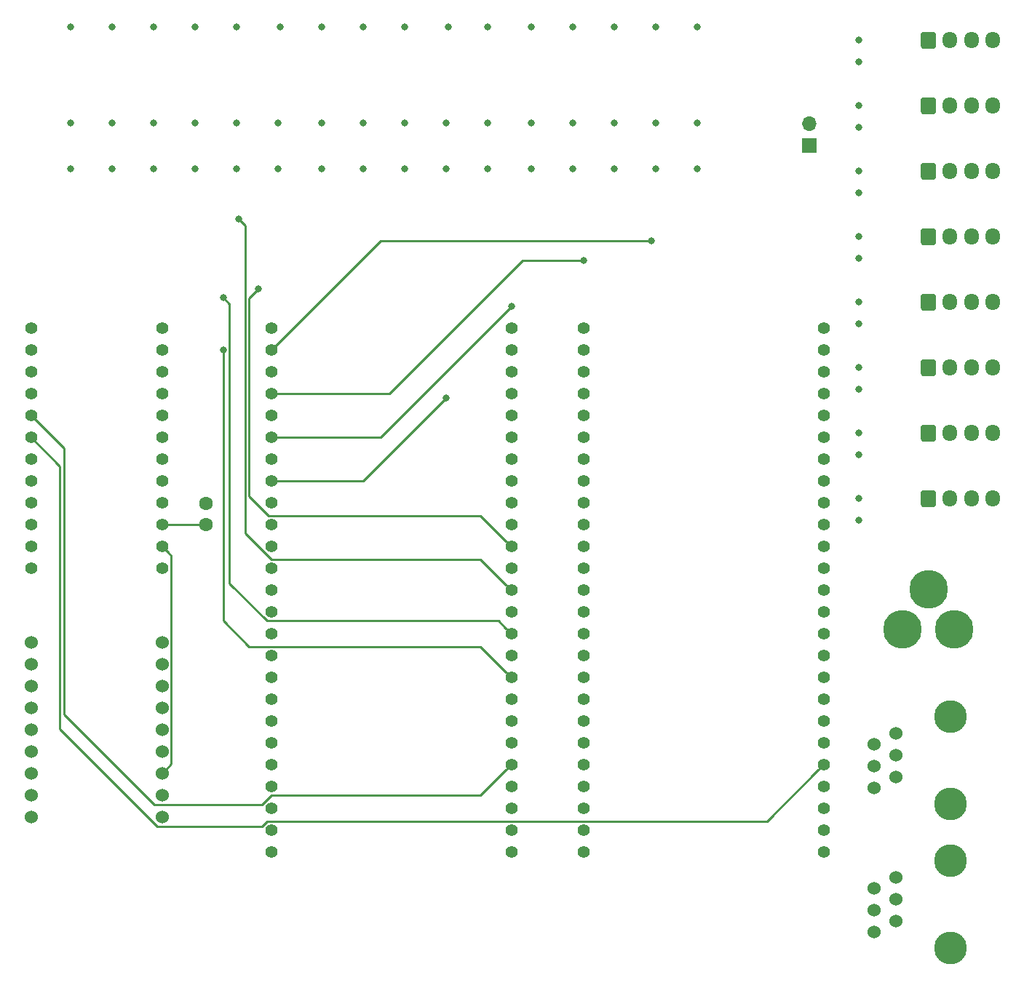
<source format=gbr>
G04 #@! TF.GenerationSoftware,KiCad,Pcbnew,(5.1.2-1)-1*
G04 #@! TF.CreationDate,2019-11-07T15:24:45-05:00*
G04 #@! TF.ProjectId,flow_rate,666c6f77-5f72-4617-9465-2e6b69636164,rev?*
G04 #@! TF.SameCoordinates,Original*
G04 #@! TF.FileFunction,Copper,L4,Bot*
G04 #@! TF.FilePolarity,Positive*
%FSLAX46Y46*%
G04 Gerber Fmt 4.6, Leading zero omitted, Abs format (unit mm)*
G04 Created by KiCad (PCBNEW (5.1.2-1)-1) date 2019-11-07 15:24:45*
%MOMM*%
%LPD*%
G04 APERTURE LIST*
%ADD10C,1.524000*%
%ADD11C,1.397000*%
%ADD12C,0.100000*%
%ADD13C,1.700000*%
%ADD14O,1.700000X1.950000*%
%ADD15O,1.700000X1.700000*%
%ADD16R,1.700000X1.700000*%
%ADD17C,4.500000*%
%ADD18C,3.800000*%
%ADD19C,1.600000*%
%ADD20C,0.800000*%
%ADD21C,0.250000*%
G04 APERTURE END LIST*
D10*
X127508000Y-99314000D03*
X127508000Y-101854000D03*
X127508000Y-104394000D03*
X127508000Y-106934000D03*
X127508000Y-109474000D03*
X127508000Y-112014000D03*
X127508000Y-114554000D03*
X127508000Y-117094000D03*
X127508000Y-119634000D03*
X112268000Y-119634000D03*
X112268000Y-117094000D03*
X112268000Y-114554000D03*
X112268000Y-112014000D03*
X112268000Y-109474000D03*
X112268000Y-106934000D03*
X112268000Y-104394000D03*
X112268000Y-101854000D03*
X112268000Y-99314000D03*
D11*
X112268000Y-62738000D03*
X112268000Y-65278000D03*
X112268000Y-67818000D03*
X112268000Y-70358000D03*
X112268000Y-72898000D03*
X112268000Y-75438000D03*
X112268000Y-77978000D03*
X112268000Y-83058000D03*
X112268000Y-85598000D03*
X112268000Y-88138000D03*
X112268000Y-90678000D03*
X112268000Y-80518000D03*
X127508000Y-80518000D03*
X127508000Y-90678000D03*
X127508000Y-88138000D03*
X127508000Y-85598000D03*
X127508000Y-83058000D03*
X127508000Y-77978000D03*
X127508000Y-75438000D03*
X127508000Y-72898000D03*
X127508000Y-70358000D03*
X127508000Y-67818000D03*
X127508000Y-65278000D03*
X127508000Y-62738000D03*
X168148000Y-123698000D03*
X168148000Y-121158000D03*
X168148000Y-118618000D03*
X168148000Y-116078000D03*
X168148000Y-113538000D03*
X168148000Y-110998000D03*
X168148000Y-108458000D03*
X168148000Y-105918000D03*
X168148000Y-103378000D03*
X168148000Y-100838000D03*
X168148000Y-98298000D03*
X168148000Y-95758000D03*
X168148000Y-93218000D03*
X168148000Y-90678000D03*
X168148000Y-88138000D03*
X168148000Y-85598000D03*
X168148000Y-83058000D03*
X168148000Y-80518000D03*
X168148000Y-77978000D03*
X168148000Y-75438000D03*
X168148000Y-72898000D03*
X168148000Y-70358000D03*
X168148000Y-67818000D03*
X168148000Y-65278000D03*
X168148000Y-62738000D03*
X140208000Y-62738000D03*
X140208000Y-65278000D03*
X140208000Y-67818000D03*
X140208000Y-70358000D03*
X140208000Y-72898000D03*
X140208000Y-75438000D03*
X140208000Y-77978000D03*
X140208000Y-80518000D03*
X140208000Y-83058000D03*
X140208000Y-85598000D03*
X140208000Y-88138000D03*
X140208000Y-90678000D03*
X140208000Y-93218000D03*
X140208000Y-95758000D03*
X140208000Y-98298000D03*
X140208000Y-100838000D03*
X140208000Y-103378000D03*
X140208000Y-105918000D03*
X140208000Y-108458000D03*
X140208000Y-110998000D03*
X140208000Y-113538000D03*
X140208000Y-116078000D03*
X140208000Y-118618000D03*
X140208000Y-121158000D03*
X140208000Y-123698000D03*
X176530000Y-123698000D03*
X176530000Y-121158000D03*
X176530000Y-118618000D03*
X176530000Y-116078000D03*
X176530000Y-113538000D03*
X176530000Y-110998000D03*
X176530000Y-108458000D03*
X176530000Y-105918000D03*
X176530000Y-103378000D03*
X176530000Y-100838000D03*
X176530000Y-98298000D03*
X176530000Y-95758000D03*
X176530000Y-93218000D03*
X176530000Y-90678000D03*
X176530000Y-88138000D03*
X176530000Y-85598000D03*
X176530000Y-83058000D03*
X176530000Y-80518000D03*
X176530000Y-77978000D03*
X176530000Y-75438000D03*
X176530000Y-72898000D03*
X176530000Y-70358000D03*
X176530000Y-67818000D03*
X176530000Y-65278000D03*
X176530000Y-62738000D03*
X204470000Y-62738000D03*
X204470000Y-65278000D03*
X204470000Y-67818000D03*
X204470000Y-70358000D03*
X204470000Y-72898000D03*
X204470000Y-75438000D03*
X204470000Y-77978000D03*
X204470000Y-80518000D03*
X204470000Y-83058000D03*
X204470000Y-85598000D03*
X204470000Y-88138000D03*
X204470000Y-90678000D03*
X204470000Y-93218000D03*
X204470000Y-95758000D03*
X204470000Y-98298000D03*
X204470000Y-100838000D03*
X204470000Y-103378000D03*
X204470000Y-105918000D03*
X204470000Y-108458000D03*
X204470000Y-110998000D03*
X204470000Y-113538000D03*
X204470000Y-116078000D03*
X204470000Y-118618000D03*
X204470000Y-121158000D03*
X204470000Y-123698000D03*
D12*
G36*
X217286504Y-28236204D02*
G01*
X217310773Y-28239804D01*
X217334571Y-28245765D01*
X217357671Y-28254030D01*
X217379849Y-28264520D01*
X217400893Y-28277133D01*
X217420598Y-28291747D01*
X217438777Y-28308223D01*
X217455253Y-28326402D01*
X217469867Y-28346107D01*
X217482480Y-28367151D01*
X217492970Y-28389329D01*
X217501235Y-28412429D01*
X217507196Y-28436227D01*
X217510796Y-28460496D01*
X217512000Y-28485000D01*
X217512000Y-29935000D01*
X217510796Y-29959504D01*
X217507196Y-29983773D01*
X217501235Y-30007571D01*
X217492970Y-30030671D01*
X217482480Y-30052849D01*
X217469867Y-30073893D01*
X217455253Y-30093598D01*
X217438777Y-30111777D01*
X217420598Y-30128253D01*
X217400893Y-30142867D01*
X217379849Y-30155480D01*
X217357671Y-30165970D01*
X217334571Y-30174235D01*
X217310773Y-30180196D01*
X217286504Y-30183796D01*
X217262000Y-30185000D01*
X216062000Y-30185000D01*
X216037496Y-30183796D01*
X216013227Y-30180196D01*
X215989429Y-30174235D01*
X215966329Y-30165970D01*
X215944151Y-30155480D01*
X215923107Y-30142867D01*
X215903402Y-30128253D01*
X215885223Y-30111777D01*
X215868747Y-30093598D01*
X215854133Y-30073893D01*
X215841520Y-30052849D01*
X215831030Y-30030671D01*
X215822765Y-30007571D01*
X215816804Y-29983773D01*
X215813204Y-29959504D01*
X215812000Y-29935000D01*
X215812000Y-28485000D01*
X215813204Y-28460496D01*
X215816804Y-28436227D01*
X215822765Y-28412429D01*
X215831030Y-28389329D01*
X215841520Y-28367151D01*
X215854133Y-28346107D01*
X215868747Y-28326402D01*
X215885223Y-28308223D01*
X215903402Y-28291747D01*
X215923107Y-28277133D01*
X215944151Y-28264520D01*
X215966329Y-28254030D01*
X215989429Y-28245765D01*
X216013227Y-28239804D01*
X216037496Y-28236204D01*
X216062000Y-28235000D01*
X217262000Y-28235000D01*
X217286504Y-28236204D01*
X217286504Y-28236204D01*
G37*
D13*
X216662000Y-29210000D03*
D14*
X219162000Y-29210000D03*
X221662000Y-29210000D03*
X224162000Y-29210000D03*
X224162000Y-36830000D03*
X221662000Y-36830000D03*
X219162000Y-36830000D03*
D12*
G36*
X217286504Y-35856204D02*
G01*
X217310773Y-35859804D01*
X217334571Y-35865765D01*
X217357671Y-35874030D01*
X217379849Y-35884520D01*
X217400893Y-35897133D01*
X217420598Y-35911747D01*
X217438777Y-35928223D01*
X217455253Y-35946402D01*
X217469867Y-35966107D01*
X217482480Y-35987151D01*
X217492970Y-36009329D01*
X217501235Y-36032429D01*
X217507196Y-36056227D01*
X217510796Y-36080496D01*
X217512000Y-36105000D01*
X217512000Y-37555000D01*
X217510796Y-37579504D01*
X217507196Y-37603773D01*
X217501235Y-37627571D01*
X217492970Y-37650671D01*
X217482480Y-37672849D01*
X217469867Y-37693893D01*
X217455253Y-37713598D01*
X217438777Y-37731777D01*
X217420598Y-37748253D01*
X217400893Y-37762867D01*
X217379849Y-37775480D01*
X217357671Y-37785970D01*
X217334571Y-37794235D01*
X217310773Y-37800196D01*
X217286504Y-37803796D01*
X217262000Y-37805000D01*
X216062000Y-37805000D01*
X216037496Y-37803796D01*
X216013227Y-37800196D01*
X215989429Y-37794235D01*
X215966329Y-37785970D01*
X215944151Y-37775480D01*
X215923107Y-37762867D01*
X215903402Y-37748253D01*
X215885223Y-37731777D01*
X215868747Y-37713598D01*
X215854133Y-37693893D01*
X215841520Y-37672849D01*
X215831030Y-37650671D01*
X215822765Y-37627571D01*
X215816804Y-37603773D01*
X215813204Y-37579504D01*
X215812000Y-37555000D01*
X215812000Y-36105000D01*
X215813204Y-36080496D01*
X215816804Y-36056227D01*
X215822765Y-36032429D01*
X215831030Y-36009329D01*
X215841520Y-35987151D01*
X215854133Y-35966107D01*
X215868747Y-35946402D01*
X215885223Y-35928223D01*
X215903402Y-35911747D01*
X215923107Y-35897133D01*
X215944151Y-35884520D01*
X215966329Y-35874030D01*
X215989429Y-35865765D01*
X216013227Y-35859804D01*
X216037496Y-35856204D01*
X216062000Y-35855000D01*
X217262000Y-35855000D01*
X217286504Y-35856204D01*
X217286504Y-35856204D01*
G37*
D13*
X216662000Y-36830000D03*
D12*
G36*
X217286504Y-43476204D02*
G01*
X217310773Y-43479804D01*
X217334571Y-43485765D01*
X217357671Y-43494030D01*
X217379849Y-43504520D01*
X217400893Y-43517133D01*
X217420598Y-43531747D01*
X217438777Y-43548223D01*
X217455253Y-43566402D01*
X217469867Y-43586107D01*
X217482480Y-43607151D01*
X217492970Y-43629329D01*
X217501235Y-43652429D01*
X217507196Y-43676227D01*
X217510796Y-43700496D01*
X217512000Y-43725000D01*
X217512000Y-45175000D01*
X217510796Y-45199504D01*
X217507196Y-45223773D01*
X217501235Y-45247571D01*
X217492970Y-45270671D01*
X217482480Y-45292849D01*
X217469867Y-45313893D01*
X217455253Y-45333598D01*
X217438777Y-45351777D01*
X217420598Y-45368253D01*
X217400893Y-45382867D01*
X217379849Y-45395480D01*
X217357671Y-45405970D01*
X217334571Y-45414235D01*
X217310773Y-45420196D01*
X217286504Y-45423796D01*
X217262000Y-45425000D01*
X216062000Y-45425000D01*
X216037496Y-45423796D01*
X216013227Y-45420196D01*
X215989429Y-45414235D01*
X215966329Y-45405970D01*
X215944151Y-45395480D01*
X215923107Y-45382867D01*
X215903402Y-45368253D01*
X215885223Y-45351777D01*
X215868747Y-45333598D01*
X215854133Y-45313893D01*
X215841520Y-45292849D01*
X215831030Y-45270671D01*
X215822765Y-45247571D01*
X215816804Y-45223773D01*
X215813204Y-45199504D01*
X215812000Y-45175000D01*
X215812000Y-43725000D01*
X215813204Y-43700496D01*
X215816804Y-43676227D01*
X215822765Y-43652429D01*
X215831030Y-43629329D01*
X215841520Y-43607151D01*
X215854133Y-43586107D01*
X215868747Y-43566402D01*
X215885223Y-43548223D01*
X215903402Y-43531747D01*
X215923107Y-43517133D01*
X215944151Y-43504520D01*
X215966329Y-43494030D01*
X215989429Y-43485765D01*
X216013227Y-43479804D01*
X216037496Y-43476204D01*
X216062000Y-43475000D01*
X217262000Y-43475000D01*
X217286504Y-43476204D01*
X217286504Y-43476204D01*
G37*
D13*
X216662000Y-44450000D03*
D14*
X219162000Y-44450000D03*
X221662000Y-44450000D03*
X224162000Y-44450000D03*
X224162000Y-52070000D03*
X221662000Y-52070000D03*
X219162000Y-52070000D03*
D12*
G36*
X217286504Y-51096204D02*
G01*
X217310773Y-51099804D01*
X217334571Y-51105765D01*
X217357671Y-51114030D01*
X217379849Y-51124520D01*
X217400893Y-51137133D01*
X217420598Y-51151747D01*
X217438777Y-51168223D01*
X217455253Y-51186402D01*
X217469867Y-51206107D01*
X217482480Y-51227151D01*
X217492970Y-51249329D01*
X217501235Y-51272429D01*
X217507196Y-51296227D01*
X217510796Y-51320496D01*
X217512000Y-51345000D01*
X217512000Y-52795000D01*
X217510796Y-52819504D01*
X217507196Y-52843773D01*
X217501235Y-52867571D01*
X217492970Y-52890671D01*
X217482480Y-52912849D01*
X217469867Y-52933893D01*
X217455253Y-52953598D01*
X217438777Y-52971777D01*
X217420598Y-52988253D01*
X217400893Y-53002867D01*
X217379849Y-53015480D01*
X217357671Y-53025970D01*
X217334571Y-53034235D01*
X217310773Y-53040196D01*
X217286504Y-53043796D01*
X217262000Y-53045000D01*
X216062000Y-53045000D01*
X216037496Y-53043796D01*
X216013227Y-53040196D01*
X215989429Y-53034235D01*
X215966329Y-53025970D01*
X215944151Y-53015480D01*
X215923107Y-53002867D01*
X215903402Y-52988253D01*
X215885223Y-52971777D01*
X215868747Y-52953598D01*
X215854133Y-52933893D01*
X215841520Y-52912849D01*
X215831030Y-52890671D01*
X215822765Y-52867571D01*
X215816804Y-52843773D01*
X215813204Y-52819504D01*
X215812000Y-52795000D01*
X215812000Y-51345000D01*
X215813204Y-51320496D01*
X215816804Y-51296227D01*
X215822765Y-51272429D01*
X215831030Y-51249329D01*
X215841520Y-51227151D01*
X215854133Y-51206107D01*
X215868747Y-51186402D01*
X215885223Y-51168223D01*
X215903402Y-51151747D01*
X215923107Y-51137133D01*
X215944151Y-51124520D01*
X215966329Y-51114030D01*
X215989429Y-51105765D01*
X216013227Y-51099804D01*
X216037496Y-51096204D01*
X216062000Y-51095000D01*
X217262000Y-51095000D01*
X217286504Y-51096204D01*
X217286504Y-51096204D01*
G37*
D13*
X216662000Y-52070000D03*
D12*
G36*
X217286504Y-58716204D02*
G01*
X217310773Y-58719804D01*
X217334571Y-58725765D01*
X217357671Y-58734030D01*
X217379849Y-58744520D01*
X217400893Y-58757133D01*
X217420598Y-58771747D01*
X217438777Y-58788223D01*
X217455253Y-58806402D01*
X217469867Y-58826107D01*
X217482480Y-58847151D01*
X217492970Y-58869329D01*
X217501235Y-58892429D01*
X217507196Y-58916227D01*
X217510796Y-58940496D01*
X217512000Y-58965000D01*
X217512000Y-60415000D01*
X217510796Y-60439504D01*
X217507196Y-60463773D01*
X217501235Y-60487571D01*
X217492970Y-60510671D01*
X217482480Y-60532849D01*
X217469867Y-60553893D01*
X217455253Y-60573598D01*
X217438777Y-60591777D01*
X217420598Y-60608253D01*
X217400893Y-60622867D01*
X217379849Y-60635480D01*
X217357671Y-60645970D01*
X217334571Y-60654235D01*
X217310773Y-60660196D01*
X217286504Y-60663796D01*
X217262000Y-60665000D01*
X216062000Y-60665000D01*
X216037496Y-60663796D01*
X216013227Y-60660196D01*
X215989429Y-60654235D01*
X215966329Y-60645970D01*
X215944151Y-60635480D01*
X215923107Y-60622867D01*
X215903402Y-60608253D01*
X215885223Y-60591777D01*
X215868747Y-60573598D01*
X215854133Y-60553893D01*
X215841520Y-60532849D01*
X215831030Y-60510671D01*
X215822765Y-60487571D01*
X215816804Y-60463773D01*
X215813204Y-60439504D01*
X215812000Y-60415000D01*
X215812000Y-58965000D01*
X215813204Y-58940496D01*
X215816804Y-58916227D01*
X215822765Y-58892429D01*
X215831030Y-58869329D01*
X215841520Y-58847151D01*
X215854133Y-58826107D01*
X215868747Y-58806402D01*
X215885223Y-58788223D01*
X215903402Y-58771747D01*
X215923107Y-58757133D01*
X215944151Y-58744520D01*
X215966329Y-58734030D01*
X215989429Y-58725765D01*
X216013227Y-58719804D01*
X216037496Y-58716204D01*
X216062000Y-58715000D01*
X217262000Y-58715000D01*
X217286504Y-58716204D01*
X217286504Y-58716204D01*
G37*
D13*
X216662000Y-59690000D03*
D14*
X219162000Y-59690000D03*
X221662000Y-59690000D03*
X224162000Y-59690000D03*
X224162000Y-67310000D03*
X221662000Y-67310000D03*
X219162000Y-67310000D03*
D12*
G36*
X217286504Y-66336204D02*
G01*
X217310773Y-66339804D01*
X217334571Y-66345765D01*
X217357671Y-66354030D01*
X217379849Y-66364520D01*
X217400893Y-66377133D01*
X217420598Y-66391747D01*
X217438777Y-66408223D01*
X217455253Y-66426402D01*
X217469867Y-66446107D01*
X217482480Y-66467151D01*
X217492970Y-66489329D01*
X217501235Y-66512429D01*
X217507196Y-66536227D01*
X217510796Y-66560496D01*
X217512000Y-66585000D01*
X217512000Y-68035000D01*
X217510796Y-68059504D01*
X217507196Y-68083773D01*
X217501235Y-68107571D01*
X217492970Y-68130671D01*
X217482480Y-68152849D01*
X217469867Y-68173893D01*
X217455253Y-68193598D01*
X217438777Y-68211777D01*
X217420598Y-68228253D01*
X217400893Y-68242867D01*
X217379849Y-68255480D01*
X217357671Y-68265970D01*
X217334571Y-68274235D01*
X217310773Y-68280196D01*
X217286504Y-68283796D01*
X217262000Y-68285000D01*
X216062000Y-68285000D01*
X216037496Y-68283796D01*
X216013227Y-68280196D01*
X215989429Y-68274235D01*
X215966329Y-68265970D01*
X215944151Y-68255480D01*
X215923107Y-68242867D01*
X215903402Y-68228253D01*
X215885223Y-68211777D01*
X215868747Y-68193598D01*
X215854133Y-68173893D01*
X215841520Y-68152849D01*
X215831030Y-68130671D01*
X215822765Y-68107571D01*
X215816804Y-68083773D01*
X215813204Y-68059504D01*
X215812000Y-68035000D01*
X215812000Y-66585000D01*
X215813204Y-66560496D01*
X215816804Y-66536227D01*
X215822765Y-66512429D01*
X215831030Y-66489329D01*
X215841520Y-66467151D01*
X215854133Y-66446107D01*
X215868747Y-66426402D01*
X215885223Y-66408223D01*
X215903402Y-66391747D01*
X215923107Y-66377133D01*
X215944151Y-66364520D01*
X215966329Y-66354030D01*
X215989429Y-66345765D01*
X216013227Y-66339804D01*
X216037496Y-66336204D01*
X216062000Y-66335000D01*
X217262000Y-66335000D01*
X217286504Y-66336204D01*
X217286504Y-66336204D01*
G37*
D13*
X216662000Y-67310000D03*
D12*
G36*
X217286504Y-73956204D02*
G01*
X217310773Y-73959804D01*
X217334571Y-73965765D01*
X217357671Y-73974030D01*
X217379849Y-73984520D01*
X217400893Y-73997133D01*
X217420598Y-74011747D01*
X217438777Y-74028223D01*
X217455253Y-74046402D01*
X217469867Y-74066107D01*
X217482480Y-74087151D01*
X217492970Y-74109329D01*
X217501235Y-74132429D01*
X217507196Y-74156227D01*
X217510796Y-74180496D01*
X217512000Y-74205000D01*
X217512000Y-75655000D01*
X217510796Y-75679504D01*
X217507196Y-75703773D01*
X217501235Y-75727571D01*
X217492970Y-75750671D01*
X217482480Y-75772849D01*
X217469867Y-75793893D01*
X217455253Y-75813598D01*
X217438777Y-75831777D01*
X217420598Y-75848253D01*
X217400893Y-75862867D01*
X217379849Y-75875480D01*
X217357671Y-75885970D01*
X217334571Y-75894235D01*
X217310773Y-75900196D01*
X217286504Y-75903796D01*
X217262000Y-75905000D01*
X216062000Y-75905000D01*
X216037496Y-75903796D01*
X216013227Y-75900196D01*
X215989429Y-75894235D01*
X215966329Y-75885970D01*
X215944151Y-75875480D01*
X215923107Y-75862867D01*
X215903402Y-75848253D01*
X215885223Y-75831777D01*
X215868747Y-75813598D01*
X215854133Y-75793893D01*
X215841520Y-75772849D01*
X215831030Y-75750671D01*
X215822765Y-75727571D01*
X215816804Y-75703773D01*
X215813204Y-75679504D01*
X215812000Y-75655000D01*
X215812000Y-74205000D01*
X215813204Y-74180496D01*
X215816804Y-74156227D01*
X215822765Y-74132429D01*
X215831030Y-74109329D01*
X215841520Y-74087151D01*
X215854133Y-74066107D01*
X215868747Y-74046402D01*
X215885223Y-74028223D01*
X215903402Y-74011747D01*
X215923107Y-73997133D01*
X215944151Y-73984520D01*
X215966329Y-73974030D01*
X215989429Y-73965765D01*
X216013227Y-73959804D01*
X216037496Y-73956204D01*
X216062000Y-73955000D01*
X217262000Y-73955000D01*
X217286504Y-73956204D01*
X217286504Y-73956204D01*
G37*
D13*
X216662000Y-74930000D03*
D14*
X219162000Y-74930000D03*
X221662000Y-74930000D03*
X224162000Y-74930000D03*
X224162000Y-82550000D03*
X221662000Y-82550000D03*
X219162000Y-82550000D03*
D12*
G36*
X217286504Y-81576204D02*
G01*
X217310773Y-81579804D01*
X217334571Y-81585765D01*
X217357671Y-81594030D01*
X217379849Y-81604520D01*
X217400893Y-81617133D01*
X217420598Y-81631747D01*
X217438777Y-81648223D01*
X217455253Y-81666402D01*
X217469867Y-81686107D01*
X217482480Y-81707151D01*
X217492970Y-81729329D01*
X217501235Y-81752429D01*
X217507196Y-81776227D01*
X217510796Y-81800496D01*
X217512000Y-81825000D01*
X217512000Y-83275000D01*
X217510796Y-83299504D01*
X217507196Y-83323773D01*
X217501235Y-83347571D01*
X217492970Y-83370671D01*
X217482480Y-83392849D01*
X217469867Y-83413893D01*
X217455253Y-83433598D01*
X217438777Y-83451777D01*
X217420598Y-83468253D01*
X217400893Y-83482867D01*
X217379849Y-83495480D01*
X217357671Y-83505970D01*
X217334571Y-83514235D01*
X217310773Y-83520196D01*
X217286504Y-83523796D01*
X217262000Y-83525000D01*
X216062000Y-83525000D01*
X216037496Y-83523796D01*
X216013227Y-83520196D01*
X215989429Y-83514235D01*
X215966329Y-83505970D01*
X215944151Y-83495480D01*
X215923107Y-83482867D01*
X215903402Y-83468253D01*
X215885223Y-83451777D01*
X215868747Y-83433598D01*
X215854133Y-83413893D01*
X215841520Y-83392849D01*
X215831030Y-83370671D01*
X215822765Y-83347571D01*
X215816804Y-83323773D01*
X215813204Y-83299504D01*
X215812000Y-83275000D01*
X215812000Y-81825000D01*
X215813204Y-81800496D01*
X215816804Y-81776227D01*
X215822765Y-81752429D01*
X215831030Y-81729329D01*
X215841520Y-81707151D01*
X215854133Y-81686107D01*
X215868747Y-81666402D01*
X215885223Y-81648223D01*
X215903402Y-81631747D01*
X215923107Y-81617133D01*
X215944151Y-81604520D01*
X215966329Y-81594030D01*
X215989429Y-81585765D01*
X216013227Y-81579804D01*
X216037496Y-81576204D01*
X216062000Y-81575000D01*
X217262000Y-81575000D01*
X217286504Y-81576204D01*
X217286504Y-81576204D01*
G37*
D13*
X216662000Y-82550000D03*
D15*
X202820000Y-38962000D03*
D16*
X202820000Y-41502000D03*
D17*
X213662000Y-97790000D03*
X219662000Y-97790000D03*
X216662000Y-93090000D03*
D10*
X212852000Y-109860000D03*
D18*
X219202000Y-118110000D03*
X219202000Y-107950000D03*
D10*
X212852000Y-112400000D03*
X212852000Y-114940000D03*
X210312000Y-111150000D03*
X210312000Y-113690000D03*
X210312000Y-116230000D03*
X212852000Y-126624000D03*
D18*
X219202000Y-134874000D03*
X219202000Y-124714000D03*
D10*
X212852000Y-129164000D03*
X212852000Y-131704000D03*
X210312000Y-127914000D03*
X210312000Y-130454000D03*
X210312000Y-132994000D03*
D19*
X132588000Y-85598000D03*
X132588000Y-83098000D03*
D20*
X208534000Y-31750000D03*
X208534000Y-39370000D03*
X208534000Y-46990000D03*
X208534000Y-54610000D03*
X208534000Y-62230000D03*
X208534000Y-69850000D03*
X208534000Y-77470000D03*
X208534000Y-85090000D03*
X116840000Y-27686000D03*
X121666000Y-27686000D03*
X126492000Y-27686000D03*
X131318000Y-27686000D03*
X136144000Y-27686000D03*
X141224000Y-27686000D03*
X146050000Y-27686000D03*
X150876000Y-27686000D03*
X155702000Y-27686000D03*
X160782000Y-27686000D03*
X165354000Y-27686000D03*
X170434000Y-27686000D03*
X175260000Y-27686000D03*
X180086000Y-27686000D03*
X184912000Y-27686000D03*
X189738000Y-27686000D03*
X184404000Y-52578000D03*
X116840000Y-38862000D03*
X116840000Y-44196000D03*
X121666000Y-38862000D03*
X121666000Y-44196000D03*
X126492000Y-38862000D03*
X126492000Y-44196000D03*
X131318000Y-38862000D03*
X131318000Y-44196000D03*
X136144000Y-38862000D03*
X136144000Y-44196000D03*
X140970000Y-38862000D03*
X140970000Y-44196000D03*
X146050000Y-38862000D03*
X146050000Y-44196000D03*
X150876000Y-38862000D03*
X150876000Y-44196000D03*
X155702000Y-38862000D03*
X155702000Y-44196000D03*
X160528000Y-38862000D03*
X160528000Y-44196000D03*
X165354000Y-38862000D03*
X165354000Y-44196000D03*
X170434000Y-38862000D03*
X170434000Y-44196000D03*
X175260000Y-38862000D03*
X175260000Y-44196000D03*
X180086000Y-38862000D03*
X180086000Y-44196000D03*
X184912000Y-38862000D03*
X184912000Y-44196000D03*
X189738000Y-38862000D03*
X189738000Y-44196000D03*
X176530000Y-54864000D03*
X168148000Y-60198000D03*
X160528000Y-70866000D03*
X138684000Y-58166000D03*
X136398000Y-50038000D03*
X134620000Y-59182000D03*
X134620000Y-65278000D03*
X208534000Y-29210000D03*
X208534000Y-36830000D03*
X208534000Y-44450000D03*
X208534000Y-52070000D03*
X208534000Y-59690000D03*
X208534000Y-67310000D03*
X208534000Y-74930000D03*
X208534000Y-82550000D03*
D21*
X132588000Y-85598000D02*
X127508000Y-85598000D01*
X152908000Y-52578000D02*
X140208000Y-65278000D01*
X184404000Y-52578000D02*
X152908000Y-52578000D01*
X176530000Y-54864000D02*
X169418000Y-54864000D01*
X153924000Y-70358000D02*
X140208000Y-70358000D01*
X169418000Y-54864000D02*
X153924000Y-70358000D01*
X152908000Y-75438000D02*
X140208000Y-75438000D01*
X168148000Y-60198000D02*
X152908000Y-75438000D01*
X150876000Y-80518000D02*
X140208000Y-80518000D01*
X160528000Y-70866000D02*
X150876000Y-80518000D01*
X138684000Y-58166000D02*
X137610010Y-59239990D01*
X164584499Y-84574499D02*
X167449501Y-87439501D01*
X167449501Y-87439501D02*
X168148000Y-88138000D01*
X139946499Y-84574499D02*
X164584499Y-84574499D01*
X137610010Y-82238010D02*
X139946499Y-84574499D01*
X137610010Y-59239990D02*
X137610010Y-82238010D01*
X136398000Y-50038000D02*
X137160000Y-50800000D01*
X167449501Y-92519501D02*
X168148000Y-93218000D01*
X164584499Y-89654499D02*
X167449501Y-92519501D01*
X140209717Y-89654499D02*
X164584499Y-89654499D01*
X137160000Y-86604782D02*
X140209717Y-89654499D01*
X137160000Y-50800000D02*
X137160000Y-86604782D01*
X167449501Y-97599501D02*
X168148000Y-98298000D01*
X166631501Y-96781501D02*
X167449501Y-97599501D01*
X139716719Y-96781501D02*
X166631501Y-96781501D01*
X135345001Y-92409783D02*
X139716719Y-96781501D01*
X135345001Y-59907001D02*
X135345001Y-92409783D01*
X134620000Y-59182000D02*
X135345001Y-59907001D01*
X134620000Y-65278000D02*
X134620000Y-96774000D01*
X167449501Y-102679501D02*
X168148000Y-103378000D01*
X137660499Y-99814499D02*
X164584499Y-99814499D01*
X164584499Y-99814499D02*
X167449501Y-102679501D01*
X134620000Y-96774000D02*
X137660499Y-99814499D01*
X164584499Y-117101501D02*
X167449501Y-114236499D01*
X126620241Y-118181001D02*
X139130217Y-118181001D01*
X116078000Y-107638760D02*
X126620241Y-118181001D01*
X116078000Y-76708000D02*
X116078000Y-107638760D01*
X167449501Y-114236499D02*
X168148000Y-113538000D01*
X140209717Y-117101501D02*
X164584499Y-117101501D01*
X139130217Y-118181001D02*
X140209717Y-117101501D01*
X112268000Y-72898000D02*
X116078000Y-76708000D01*
X139716719Y-120134499D02*
X197873501Y-120134499D01*
X139130217Y-120721001D02*
X139716719Y-120134499D01*
X197873501Y-120134499D02*
X203771501Y-114236499D01*
X115627990Y-109362752D02*
X126986239Y-120721001D01*
X126986239Y-120721001D02*
X139130217Y-120721001D01*
X115627990Y-78797990D02*
X115627990Y-109362752D01*
X203771501Y-114236499D02*
X204470000Y-113538000D01*
X112268000Y-75438000D02*
X115627990Y-78797990D01*
X128595001Y-89225001D02*
X128206499Y-88836499D01*
X128206499Y-88836499D02*
X127508000Y-88138000D01*
X128595001Y-113466999D02*
X128595001Y-89225001D01*
X127508000Y-114554000D02*
X128595001Y-113466999D01*
M02*

</source>
